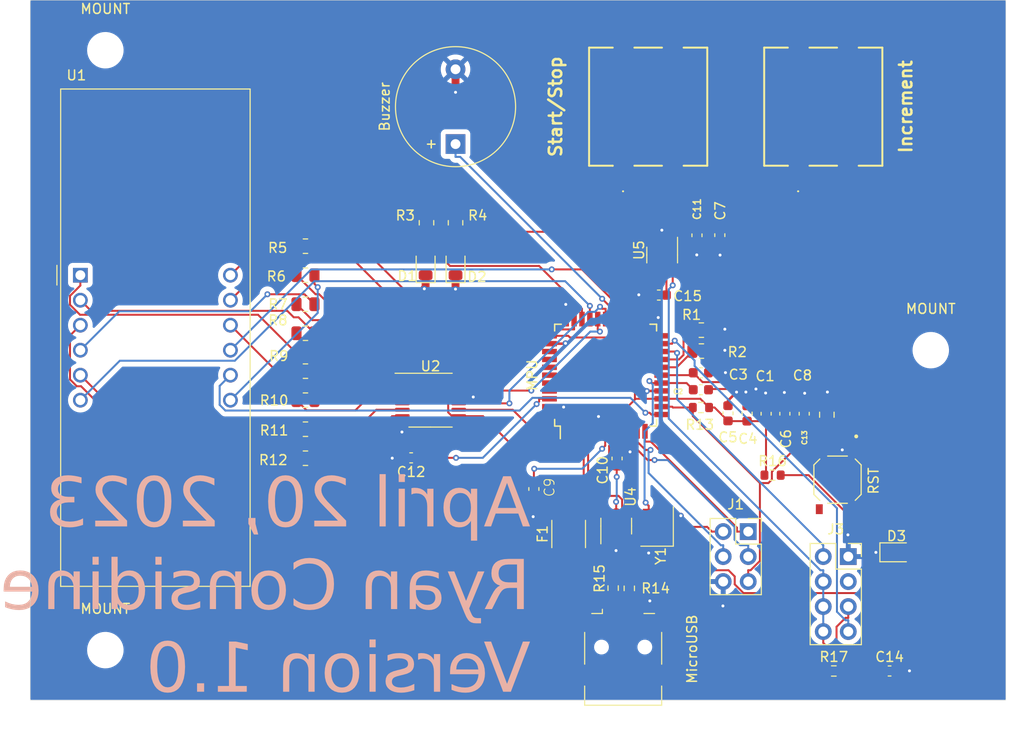
<source format=kicad_pcb>
(kicad_pcb (version 20221018) (generator pcbnew)
  (layers (0 "F.Cu" signal) (31 "B.Cu" signal) (34 "B.Paste" user) (35 "F.Paste" user) (36 "B.SilkS" user "B.Silkscreen") (37 "F.SilkS" user "F.Silkscreen") (38 "B.Mask" user) (39 "F.Mask" user) (44 "Edge.Cuts" user))
  (net 0 "")
  (net 1 "+5V")
  (net 2 "GND")
  (net 3 "XTAL1")
  (net 4 "XTAL2")
  (net 5 "/UCAP")
  (net 6 "/AREF")
  (net 7 "+3.3V")
  (net 8 "Net-(U5-BP)")
  (net 9 "Net-(D1-A)")
  (net 10 "Net-(D2-A)")
  (net 11 "Net-(D3-A)")
  (net 12 "Net-(J2-VBUS)")
  (net 13 "MISO")
  (net 14 "SCK")
  (net 15 "MOSI")
  (net 16 "RST")
  (net 17 "Net-(J2-D-)")
  (net 18 "Net-(J2-D+)")
  (net 20 "unconnected-(J2-Shield-Pad6)")
  (net 21 "TX")
  (net 23 "Net-(J3-Pin_5)")
  (net 24 "RX")
  (net 25 "Buzzer")
  (net 26 "Button_1")
  (net 27 "Button_2")
  (net 28 "RED_LED")
  (net 29 "GREEN_LED")
  (net 30 "a")
  (net 31 "Net-(U1-a)")
  (net 32 "b")
  (net 33 "Net-(U1-b)")
  (net 34 "c")
  (net 35 "Net-(U1-c)")
  (net 36 "d")
  (net 37 "Net-(U1-d)")
  (net 38 "e")
  (net 39 "Net-(U1-e)")
  (net 40 "f")
  (net 41 "Net-(U1-f)")
  (net 42 "g")
  (net 43 "Net-(U1-g)")
  (net 44 "dp")
  (net 45 "Net-(U1-DPX)")
  (net 46 "USB_CONN_D+")
  (net 47 "USB_CONN_D-")
  (net 52 "Dig4")
  (net 53 "Dig3")
  (net 54 "Dig2")
  (net 55 "Dig1")
  (net 57 "SH_CP")
  (net 58 "ST_CP")
  (net 59 "DS")
  (net 60 "USB_D-")
  (net 61 "USB_D+")
  (footprint "Resistor_SMD:R_0805_2012Metric" (layer "F.Cu") (at 136.75 75.9525 90)
    (fp_text reference "R3")
    (fp_text value "330")
  )
  (footprint "Connector_PinSocket_2.54mm:PinSocket_2x03_P2.54mm_Vertical" (layer "F.Cu") (at 169.4225 107.335)
    (fp_text reference "J1")
    (fp_text value "AVR-ISP-6")
  )
  (footprint "Capacitor_SMD:C_0603_1608Metric" (layer "F.Cu") (at 175.1083 95.3579 90)
    (fp_text reference "C13")
    (fp_text value "1uF")
  )
  (footprint "Capacitor_SMD:C_0603_1608Metric" (layer "F.Cu") (at 167.3681 95.3139 90)
    (fp_text reference "C5")
    (fp_text value "0.1uF")
  )
  (footprint "Resistor_SMD:R_0603_1608Metric" (layer "F.Cu") (at 178.1154 121.5005)
    (fp_text reference "R17")
    (fp_text value "10k")
  )
  (footprint "Resistor_SMD:R_0805_2012Metric" (layer "F.Cu") (at 164.6638 86.8628)
    (fp_text reference "R1")
    (fp_text value "10k")
  )
  (footprint "Connector_USB:USB_Mini-B_Lumberg_2486_01_Horizontal" (layer "F.Cu") (at 156.7225 119.07)
    (fp_text reference "MicroUSB")
    (fp_text value "USB_B_Mini")
  )
  (footprint "Package_TO_SOT_SMD:SOT-23-5" (layer "F.Cu") (at 160.6831 79.2295 -90)
    (fp_text reference "U5")
    (fp_text value "LP2985-3.3")
  )
  (footprint "Resistor_SMD:R_0805_2012Metric" (layer "F.Cu") (at 124.46 81.28)
    (fp_text reference "R6")
    (fp_text value "100")
  )
  (footprint "Fuse:Fuse_1812_4532Metric" (layer "F.Cu") (at 151.1884 107.5806 90)
    (fp_text reference "F1")
    (fp_text value "PTCSMD")
  )
  (footprint "Package_QFP:TQFP-44_10x10mm_P0.8mm" (layer "F.Cu") (at 154.94 91.44 90)
    (fp_text reference "MPU")
    (fp_text value "ATmega32U4-A")
  )
  (footprint "LED_SMD:LED_0805_2012Metric" (layer "F.Cu") (at 136.66 80.3425 90)
    (fp_text reference "D1")
    (fp_text value "LED")
  )
  (footprint "Capacitor_SMD:C_0603_1608Metric" (layer "F.Cu") (at 164.6143 92.9198)
    (fp_text reference "C3")
    (fp_text value "22p")
  )
  (footprint "Display_7Segment:CA56-12EWA" (layer "F.Cu") (at 101.6 81.28)
    (fp_text reference "U1")
    (fp_text value "CA56-12EWA")
  )
  (footprint "Capacitor_SMD:C_0603_1608Metric" (layer "F.Cu") (at 160.3412 83.2998 180)
    (fp_text reference "C15")
    (fp_text value "10nF")
  )
  (footprint "Package_SO:TSSOP-16_4.4x5mm_P0.65mm" (layer "F.Cu") (at 137.16 93.98)
    (fp_text reference "U2")
    (fp_text value "74HC595")
  )
  (footprint "PTS125_SMD_Button:PTS125_SMD_Button" (layer "F.Cu") (at 177.0425 64.155 90)
    (fp_text reference "Increment")
    (fp_text value "PTS125SM43SMTR21M_LFS" hide)
  )
  (footprint "Capacitor_SMD:C_0603_1608Metric" (layer "F.Cu") (at 171.2411 95.3579 90)
    (fp_text reference "C1")
    (fp_text value "0.1u")
  )
  (footprint "Resistor_SMD:R_0603_1608Metric" (layer "F.Cu") (at 171.895 101.6)
    (fp_text reference "R16")
    (fp_text value "1k")
  )
  (footprint "MountingHole:MountingHole_3.2mm_M3" (layer "F.Cu") (at 187.96 88.9)
    (fp_text reference "MOUNT")
    (fp_text value "MountingHole_3.2mm_M3")
  )
  (footprint "MountingHole:MountingHole_3.2mm_M3" (layer "F.Cu") (at 104.14 58.42)
    (fp_text reference "MOUNT")
    (fp_text value "MountingHole_3.2mm_M3")
  )
  (footprint "MountingHole:MountingHole_3.2mm_M3" (layer "F.Cu") (at 104.14 119.38)
    (fp_text reference "MOUNT")
    (fp_text value "MountingHole_3.2mm_M3")
  )
  (footprint "Capacitor_SMD:C_0603_1608Metric" (layer "F.Cu") (at 135.1928 99.8408 180)
    (fp_text reference "C12")
    (fp_text value "0.1uF")
  )
  (footprint "Capacitor_SMD:C_0805_2012Metric" (layer "F.Cu") (at 177.4051 95.4592 90)
    (fp_text reference "C8")
    (fp_text value "10uF")
  )
  (footprint "Resistor_SMD:R_0805_2012Metric" (layer "F.Cu") (at 124.46 96.93)
    (fp_text reference "R11")
    (fp_text value "100")
  )
  (footprint "Resistor_SMD:R_0805_2012Metric" (layer "F.Cu") (at 124.46 99.88)
    (fp_text reference "R12")
    (fp_text value "100")
  )
  (footprint "Buzzer_Beeper:Buzzer_12x9.5RM7.6" (layer "F.Cu") (at 139.7 67.955 90)
    (fp_text reference "Buzzer")
    (fp_text value "Speaker")
  )
  (footprint "Resistor_SMD:R_0603_1608Metric" (layer "F.Cu") (at 164.621 94.7272 180)
    (fp_text reference "R13")
    (fp_text value "10k")
  )
  (footprint "LED_SMD:LED_0805_2012Metric" (layer "F.Cu") (at 139.7 80.3425 90)
    (fp_text reference "D2")
    (fp_text value "LED")
  )
  (footprint "Resistor_SMD:R_0603_1608Metric" (layer "F.Cu") (at 157.346114 113.103807 90)
    (fp_text reference "R14")
    (fp_text value "22")
  )
  (footprint "Resistor_SMD:R_0805_2012Metric" (layer "F.Cu") (at 164.6674 88.9903)
    (fp_text reference "R2")
    (fp_text value "10k")
  )
  (footprint "Capacitor_SMD:C_0603_1608Metric" (layer "F.Cu") (at 173.1422 95.3579 90)
    (fp_text reference "C6")
    (fp_text value "0.1uF")
  )
  (footprint "Capacitor_SMD:C_0603_1608Metric" (layer "F.Cu") (at 183.7777 121.5005)
    (fp_text reference "C14")
    (fp_text value "2.2uF")
  )
  (footprint "Crystal:Crystal_SMD_Abracon_ABM8G-4Pin_3.2x2.5mm" (layer "F.Cu") (at 160.167 106.8176 90)
    (fp_text reference "Y1")
    (fp_text value "16MHz")
  )
  (footprint "Resistor_SMD:R_0805_2012Metric" (layer "F.Cu") (at 124.46 78.33)
    (fp_text reference "R5")
    (fp_text value "100")
  )
  (footprint "Resistor_SMD:R_0805_2012Metric" (layer "F.Cu") (at 139.7 75.9525 90)
    (fp_text reference "R4")
    (fp_text value "330")
  )
  (footprint "Resistor_SMD:R_0805_2012Metric" (layer "F.Cu") (at 124.46 93.98)
    (fp_text reference "R10")
    (fp_text value "100")
  )
  (footprint "Capacitor_SMD:C_0603_1608Metric" (layer "F.Cu") (at 164.6119 91.194 180)
    (fp_text reference "C2")
    (fp_text value "22p")
  )
  (footprint "Capacitor_SMD:C_0603_1608Metric" (layer "F.Cu") (at 147.65517 103.006111 -90)
    (fp_text reference "C9" hide)
    (fp_text value "1uF")
  )
  (footprint "PTS526_SMD_Button:PTS526_SMD_Button" (layer "F.Cu") (at 178.49 102.06 -90)
    (fp_text reference "RST")
    (fp_text value "PTS526_SM08_SMTR2_LFS")
  )
  (footprint "Capacitor_SMD:C_0603_1608Metric" (layer "F.Cu") (at 164.2172 77.2255 -90)
    (fp_text reference "C11")
    (fp_text value "0.1uF")
  )
  (footprint "Capacitor_SMD:C_0603_1608Metric" (layer "F.Cu") (at 169.3071 95.3345 90)
    (fp_text reference "C4")
    (fp_text value "0.1uF")
  )
  (footprint "Capacitor_SMD:C_0603_1608Metric" (layer "F.Cu") (at 156.1028 99.9047 90)
    (fp_text reference "C10")
    (fp_text value "0.1uF")
  )
  (footprint "Package_TO_SOT_SMD:SOT-23-6" (layer "F.Cu") (at 156.0168 106.7769 90)
    (fp_text reference "U4")
    (fp_text value "USBLC6-2SC6")
  )
  (footprint "Resistor_SMD:R_0805_2012Metric" (layer "F.Cu") (at 124.46 91.03)
    (fp_text reference "R9")
    (fp_text value "100")
  )
  (footprint "Resistor_SMD:R_0805_2012Metric" (layer "F.Cu") (at 124.46 84.23)
    (fp_text reference "R7")
    (fp_text value "100")
  )
  (footprint "Capacitor_SMD:C_0603_1608Metric" (layer "F.Cu") (at 166.5378 77.2117 -90)
    (fp_text reference "C7")
    (fp_text value "0.1uF")
  )
  (footprint "Resistor_SMD:R_0805_2012Metric" (layer "F.Cu") (at 124.46 87.18)
    (fp_text reference "R8")
    (fp_text value "100")
  )
  (footprint "Connector_PinSocket_2.54mm:PinSocket_2x04_P2.54mm_Vertical" (layer "F.Cu") (at 179.5825 109.875)
    (fp_text reference "J3")
    (fp_text value "ESP_Conn")
  )
  (footprint "LED_SMD:LED_0805_2012Metric" (layer "F.Cu") (at 184.4796 109.4399)
    (fp_text reference "D3")
    (fp_text value "LED")
  )
  (footprint "Resistor_SMD:R_0603_1608Metric" (layer "F.Cu") (at 155.706013 113.077172 90)
    (fp_text reference "R15")
    (fp_text value "22")
  )
  (footprint "PTS125_SMD_Button:PTS125_SMD_Button" (layer "F.Cu") (at 159.2625 64.155 90)
    (fp_text reference "Start/Stop")
    (fp_text value "PTS125SM43SMTR21M_LFS" hide)
  )
  (gr_rect (start 96.52 53.34) (end 195.58 124.46) (stroke (width 0.05)) (fill none) (layer "Edge.Cuts"))
  (gr_text "April 20, 2023\nRyan Considine\nVersion 1.0" (at 147.32 124.46) (layer "B.SilkS") (effects (font (size 5 5) (thickness 0.1)) (justify left bottom mirror)))
  (gr_text "C9" (at 149.821399 103.884697 90) (layer "F.SilkS") (effects (font (size 1 1) (thickness 0.1)) (justify left bottom)))
  (segment (start 164.231 76.4367) (end 166.5378 76.4367) (width 0.2) (layer "F.Cu") (net 1))
  (segment (start 156.0168 106.0049) (end 156.8704 106.8585) (width 0.2) (layer "F.Cu") (net 1))
  (segment (start 155.7123 55.8236) (end 155.8311 55.7048) (width 0.2) (layer "F.Cu") (net 1))
  (segment (start 157.9152 93.9147) (end 157.9152 93.84) (width 0.2) (layer "F.Cu") (net 1))
  (segment (start 140.0225 95.605) (end 139.3414 95.605) (width 0.2) (layer "F.Cu") (net 1))
  (segment (start 159.7331 78.092) (end 159.7331 78.4783) (width 0.2) (layer "F.Cu") (net 1))
  (segment (start 171.206 96.1095) (end 171.2294 96.1329) (width 0.2) (layer "F.Cu") (net 1))
  (segment (start 151.1514 87.44) (end 149.24 87.44) (width 0.2) (layer "F.Cu") (net 1))
  (segment (start 154.6518 95.0017) (end 155.74 96.0899) (width 0.2) (layer "F.Cu") (net 1))
  (segment (start 158.14 85.74) (end 158.14 86.7901) (width 0.2) (layer "F.Cu") (net 1))
  (segment (start 156.0168 105.6394) (end 156.0168 104.320598) (width 0.2) (layer "F.Cu") (net 1))
  (segment (start 173.1422 96.1329) (end 175.1083 96.1329) (width 0.2) (layer "F.Cu") (net 1))
  (segment (start 161.6331 78.092) (end 162.782 76.9431) (width 0.2) (layer "F.Cu") (net 1))
  (segment (start 156.0168 104.320598) (end 156.006171 104.309969) (width 0.2) (layer "F.Cu") (net 1))
  (segment (start 160.0045 78.7497) (end 157.6864 81.0678) (width 0.2) (layer "F.Cu") (net 1))
  (segment (start 169.3071 96.1095) (end 171.206 96.1095) (width 0.2) (layer "F.Cu") (net 1))
  (segment (start 155.74 97.14) (end 155.74 98.1901) (width 0.2) (layer "F.Cu") (net 1))
  (segment (start 156.0168 106.0049) (end 156.0168 105.6394) (width 0.2) (layer "F.Cu") (net 1))
  (segment (start 157.6864 83.6454) (end 158.14 84.099) (width 0.2) (layer "F.Cu") (net 1))
  (segment (start 151.74 97.14) (end 151.74 98.1901) (width 0.2) (layer "F.Cu") (net 1))
  (segment (start 159.7331 78.4783) (end 160.0045 78.7497) (width 0.2) (layer "F.Cu") (net 1))
  (segment (start 151.74 98.1901) (end 145.0722 98.1901) (width 0.2) (layer "F.Cu") (net 1))
  (segment (start 155.74 97.14) (end 155.74 96.0899) (width 0.2) (layer "F.Cu") (net 1))
  (segment (start 165.2559 106.8585) (end 165.7324 107.335) (width 0.2) (layer "F.Cu") (net 1))
  (segment (start 151.74 96.0899) (end 152.8282 95.0017) (width 0.2) (layer "F.Cu") (net 1))
  (segment (start 161.7625 71.305) (end 160.7124 71.305) (width 0.2) (layer "F.Cu") (net 1))
  (segment (start 161.6331 78.4679) (end 161.6331 78.092) (width 0.2) (layer "F.Cu") (net 1))
  (segment (start 160.3658 79.111) (end 160.99 79.111) (width 0.2) (layer "F.Cu") (net 1))
  (segment (start 155.74 96.0899) (end 157.9152 93.9147) (width 0.2) (layer "F.Cu") (net 1))
  (segment (start 151.74 97.14) (end 151.74 96.0899) (width 0.2) (layer "F.Cu") (net 1))
  (segment (start 164.2172 76.4505) (end 164.231 76.4367) (width 0.2) (layer "F.Cu") (net 1))
  (segment (start 171.2294 101.4406) (end 171.07 101.6) (width 0.2) (layer "F.Cu") (net 1))
  (segment (start 151.1884 105.4431) (end 152.3592 106.6139) (width 0.2) (layer "F.Cu") (net 1))
  (segment (start 162.8922 55.7048) (end 178.4924 71.305) (width 0.2) (layer "F.Cu") (net 1))
  (segment (start 167.3887 96.1095) (end 167.3681 96.0889) (width 0.2) (layer "F.Cu") (net 1))
  (segment (start 156.8704 106.8585) (end 165.2559 106.8585) (width 0.2) (layer "F.Cu") (net 1))
  (segment (start 156.1028 100.6797) (end 156.0168 100.7657) (width 0.2) (layer "F.Cu") (net 1))
  (segment (start 152.3592 106.6139) (end 155.4078 106.6139) (width 0.2) (layer "F.Cu") (net 1))
  (segment (start 151.321 87.6096) (end 151.1514 87.44) (width 0.2) (layer "F.Cu") (net 1))
  (segment (start 166.8825 107.335) (end 165.7324 107.335) (width 0.2) (layer "F.Cu") (net 1))
  (segment (start 155.7123 66.3049) (end 155.7123 55.8236) (width 0.2) (layer "F.Cu") (net 1))
  (segment (start 152.8282 95.0017) (end 154.6518 95.0017) (width 0.2) (layer "F.Cu") (net 1))
  (segment (start 160.99 79.111) (end 161.6331 78.4679) (width 0.2) (layer "F.Cu") (net 1))
  (segment (start 156.068181 100.714319) (end 156.1028 100.6797) (width 0.2) (layer "F.Cu") (net 1))
  (segment (start 160.0045 78.7497) (end 160.3658 79.111) (width 0.2) (layer "F.Cu") (net 1))
  (segment (start 157.6864 81.0678) (end 157.6864 83.6454) (width 0.2) (layer "F.Cu") (net 1))
  (segment (start 157.9152 93.84) (end 157.9152 87.6096) (width 0.2) (layer "F.Cu") (net 1))
  (segment (start 138.9552 92.1047) (end 139.3549 91.705) (width 0.2) (layer "F.Cu") (net 1))
  (segment (start 165.446 94.7272) (end 164.5588 93.84) (width 0.2) (layer "F.Cu") (net 1))
  (segment (start 155.8311 55.7048) (end 162.8922 55.7048) (width 0.2) (layer "F.Cu") (net 1))
  (segment (start 155.2993 98.6308) (end 155.74 98.1901) (width 0.2) (layer "F.Cu") (net 1))
  (segment (start 171.2411 96.1329) (end 171.2294 96.1329) (width 0.2) (layer "F.Cu") (net 1))
  (segment (start 150.2901 95.44) (end 150.94 96.0899) (width 0.2) (layer "F.Cu") (net 1))
  (segment (start 164.5588 93.84) (end 160.64 93.84) (width 0.2) (layer "F.Cu") (net 1))
  (segment (start 157.9152 93.84) (end 160.64 93.84) (width 0.2) (layer "F.Cu") (net 1))
  (segment (start 169.3071 96.1095) (end 167.3887 96.1095) (width 0.2) (layer "F.Cu") (net 1))
  (segment (start 157.9152 87.6096) (end 151.321 87.6096) (width 0.2) (layer "F.Cu") (net 1))
  (segment (start 162.782 76.4505) (end 162.782 73.6246) (width 0.2) (layer "F.Cu") (net 1))
  (segment (start 155.4078 106.6139) (end 156.0168 106.0049) (width 0.2) (layer "F.Cu") (net 1))
  (segment (start 177.1288 96.1329) (end 177.4051 96.4092) (width 0.2) (layer "F.Cu") (net 1))
  (segment (start 171.2294 96.1329) (end 171.2294 101.4406) (width 0.2) (layer "F.Cu") (net 1))
  (segment (start 139.3414 95.605) (end 138.9552 95.2188) (width 0.2) (layer "F.Cu") (net 1))
  (segment (start 158.14 84.099) (end 158.14 85.74) (width 0.2) (layer "F.Cu") (net 1))
  (segment (start 156.1028 100.6797) (end 155.2993 99.8762) (width 0.2) (layer "F.Cu") (net 1))
  (segment (start 145.0722 98.1901) (end 142.4871 95.605) (width 0.2) (layer "F.Cu") (net 1))
  (segment (start 155.2993 99.8762) (end 155.2993 98.6308) (width 0.2) (layer "F.Cu") (net 1))
  (segment (start 166.0064 94.7272) (end 167.3681 96.0889) (width 0.2) (layer "F.Cu") (net 1))
  (segment (start 142.4871 95.605) (end 140.0225 95.605) (width 0.2) (layer "F.Cu") (net 1))
  (segment (start 149.24 95.44) (end 150.2901 95.44) (width 0.2) (layer "F.Cu") (net 1))
  (segment (start 171.2411 96.1329) (end 173.1422 96.1329) (width 0.2) (layer "F.Cu") (net 1))
  (segment (start 161.7625 71.305) (end 161.7625 72.6051) (width 0.2) (layer "F.Cu") (net 1))
  (segment (start 162.782 73.6246) (end 161.7625 72.6051) (width 0.2) (layer "F.Cu") (net 1))
  (segment (start 162.782 76.4505) (end 164.2172 76.4505) (width 0.2) (layer "F.Cu") (net 1))
  (segment (start 160.7124 71.305) (end 155.7123 66.3049) (width 0.2) (layer "F.Cu") (net 1))
  (segment (start 157.9152 87.0149) (end 157.9152 87.6096) (width 0.2) (layer "F.Cu") (net 1))
  (segment (start 138.9552 95.2188) (end 138.9552 92.1047) (width 0.2) (layer "F.Cu") (net 1))
  (segment (start 158.14 86.7901) (end 157.9152 87.0149) (width 0.2) (layer "F.Cu") (net 1))
  (segment (start 150.94 96.0899) (end 151.74 96.0899) (width 0.2) (layer "F.Cu") (net 1))
  (segment (start 175.1083 96.1329) (end 177.1288 96.1329) (width 0.2) (layer "F.Cu") (net 1))
  (segment (start 156.068181 101.77619) (end 156.068181 100.714319) (width 0.2) (layer "F.Cu") (net 1))
  (segment (start 179.5425 71.305) (end 178.4924 71.305) (width 0.2) (layer "F.Cu") (net 1))
  (segment (start 162.782 76.9431) (end 162.782 76.4505) (width 0.2) (layer "F.Cu") (net 1))
  (segment (start 139.3549 91.705) (end 140.0225 91.705) (width 0.2) (layer "F.Cu") (net 1))
  (segment (start 165.446 94.7272) (end 166.0064 94.7272) (width 0.2) (layer "F.Cu") (net 1))
  (via (at 156.068181 101.77619) (size 0.6) (drill 0.3) (layers "F.Cu" "B.Cu") (net 1))
  (via (at 156.006171 104.309969) (size 0.6) (drill 0.3) (layers "F.Cu" "B.Cu") (net 1))
  (segment (start 156.006171 104.309969) (end 156.068181 104.247959) (width 0.2) (layer "B.Cu") (net 1))
  (segment (start 156.068181 104.247959) (end 156.068181 101.77619) (width 0.2) (layer "B.Cu") (net 1))
  (segment (start 182.395 109.44) (end 182.387 109.448) (width 0.254) (layer "F.Cu") (net 2))
  (segment (start 160.683 76.7383) (end 160.65 76.705) (width 0.254) (layer "F.Cu") (net 2))
  (segment (start 166.882 112.415) (end 166.882 114.861) (width 0.254) (layer "F.Cu") (net 2))
  (segment (start 165.3893 92.9198) (end 165.462074 92.847026) (width 0.2) (layer "F.Cu") (net 2))
  (segment (start 173.093 94.534) (end 173.142 94.5829) (width 0.254) (layer "F.Cu") (net 2))
  (segment (start 154.14 95.7222) (end 154.219 95.6432) (width 0.4) (layer "F.Cu") (net 2))
  (segment (start 147.583043 105.81943) (end 147.619043 105.78343) (width 0.254) (layer "F.Cu") (net 2))
  (segment (start 134.298 97.1762) (end 134.257 97.2168) (width 0.4) (layer "F.Cu") (net 2))
  (segment (start 140.0225 93.655) (end 141.496 93.655) (width 0.4) (layer "F.Cu") (net 2))
  (segment (start 179.582 107.701) (end 179.548 107.666) (width 0.254) (layer "F.Cu") (net 2))
  (segment (start 160.128 85.74) (end 160.282 85.5856) (width 0.254) (layer "F.Cu") (net 2))
  (segment (start 158.94 85.74) (end 160.128 85.74) (width 0.254) (layer "F.Cu") (net 2))
  (segment (start 166.538 79.2134) (end 166.562 79.2375) (width 0.254) (layer "F.Cu") (net 2))
  (segment (start 165.387 91.194) (end 167.097 91.194) (width 0.254) (layer "F.Cu") (net 2))
  (segment (start 159.317 107.918) (end 159.317 109.505) (width 0.254) (layer "F.Cu") (net 2))
  (segment (start 149.24 88.24) (end 150.829 88.24) (width 0.254) (layer "F.Cu") (net 2))
  (segment (start 169.307 93.2761) (end 169.184 93.1526) (width 0.254) (layer "F.Cu") (net 2))
  (segment (start 164.217 78.0005) (end 164.217 79.1964) (width 0.254) (layer "F.Cu") (net 2))
  (segment (start 150.94 84.2956) (end 150.893 84.2481) (width 0.254) (layer "F.Cu") (net 2))
  (segment (start 171.189 93.254) (end 171.189 94.531) (width 0.254) (layer "F.Cu") (net 2))
  (segment (start 150.94 85.74) (end 150.94 84.2956) (width 0.254) (layer "F.Cu") (net 2))
  (segment (start 156.017 109.249) (end 155.999 109.266) (width 0.254) (layer "F.Cu") (net 2))
  (segment (start 157.318 99.1297) (end 157.421 99.2331) (width 0.254) (layer "F.Cu") (net 2))
  (segment (start 156.103 99.1297) (end 157.318 99.1297) (width 0.254) (layer "F.Cu") (net 2))
  (segment (start 179.582 109.875) (end 179.582 107.701) (width 0.254) (layer "F.Cu") (net 2))
  (segment (start 139.7 60.355) (end 139.7 62.6933) (width 0.8) (layer "F.Cu") (net 2))
  (segment (start 139.7 81.28) (end 139.7 82.6868) (width 0.8) (layer "F.Cu") (net 2))
  (segment (start 159.143 93.04) (end 159.126 93.0566) (width 0.254) (layer "F.Cu") (net 2))
  (segment (start 141.496 93.655) (end 141.5 93.6586) (width 0.4) (layer "F.Cu") (net 2))
  (segment (start 180.312 99.0318) (end 180.34 99.06) (width 0.254) (layer "F.Cu") (net 2))
  (segment (start 178.973 99.0318) (end 180.312 99.0318) (width 0.254) (layer "F.Cu") (net 2))
  (segment (start 183.542 109.44) (end 182.395 109.44) (width 0.254) (layer "F.Cu") (net 2))
  (segment (start 147.619043 105.78343) (end 147.619043 103.817238) (width 0.254) (layer "F.Cu") (net 2))
  (segment (start 136.66 82.5322) (end 136.53 82.6623) (width 0.8) (layer "F.Cu") (net 2))
  (segment (start 150.632 94.64) (end 150.674 94.6818) (width 0.4) (layer "F.Cu") (net 2))
  (segment (start 175.155 94.5359) (end 175.108 94.5829) (width 0.254) (layer "F.Cu") (net 2))
  (segment (start 160.64 93.04) (end 159.143 93.04) (width 0.254) (layer "F.Cu") (net 2))
  (segment (start 156.017 107.914) (end 156.017 109.249) (width 0.254) (layer "F.Cu") (net 2))
  (segment (start 158.322 115.485) (end 159.43 114.378) (width 0.254) (layer "F.Cu") (net 2))
  (segment (start 159.566 83.2998) (end 158.337 83.2998) (width 0.254) (layer "F.Cu") (net 2))
  (segment (start 165.58 88.9903) (end 166.97 88.9903) (width 0.254) (layer "F.Cu") (net 2))
  (segment (start 173.093 93.1977) (end 173.093 94.534) (width 0.254) (layer "F.Cu") (net 2))
  (segment (start 185.783 121.5) (end 185.798 121.486) (width 0.254) (layer "F.Cu") (net 2))
  (segment (start 149.24 94.64) (end 150.632 94.64) (width 0.4) (layer "F.Cu") (net 2))
  (segment (start 166.9521 86.8628) (end 167.048 86.7669) (width 0.254) (layer "F.Cu") (net 2))
  (segment (start 166.882 114.861) (end 166.853 114.89) (width 0.254) (layer "F.Cu") (net 2))
  (segment (start 166.538 77.9867) (end 166.538 79.2134) (width 0.254) (layer "F.Cu") (net 2))
  (segment (start 160.683 78.092) (end 160.683 76.7383) (width 0.254) (layer "F.Cu") (net 2))
  (segment (start 154.14 97.14) (end 154.14 95.7222) (width 0.4) (layer "F.Cu") (net 2))
  (segment (start 158.337 83.2998) (end 158.311 83.274) (width 0.254) (layer "F.Cu") (net 2))
  (segment (start 167.097 91.194) (end 167.11 91.1809) (width 0.254) (layer "F.Cu") (net 2))
  (segment (start 177.464 93.154) (end 177.464 94.4498) (width 0.254) (layer "F.Cu") (net 2))
  (segment (start 171.189 94.531) (end 171.241 94.5829) (width 0.254) (layer "F.Cu") (net 2))
  (segment (start 184.553 121.5) (end 185.783 121.5) (width 0.254) (layer "F.Cu") (net 2))
  (segment (start 165.5763 86.8628) (end 166.9521 86.8628) (width 0.254) (layer "F.Cu") (net 2))
  (segment (start 136.66 81.28) (end 136.66 82.5322) (width 0.8) (layer "F.Cu") (net 2))
  (segment (start 158.322 116.37) (end 158.322 115.485) (width 0.254) (layer "F.Cu") (net 2))
  (segment (start 162.572 105.718) (end 162.577 105.722) (width 0.254) (layer "F.Cu") (net 2))
  (segment (start 165.462074 92.847026) (end 170.206589 92.847026) (width 0.2) (layer "F.Cu") (net 2))
  (segment (start 147.619043 103.817238) (end 147.65517 103.781111) (width 0.254) (layer "F.Cu") (net 2))
  (segment (start 161.017 105.718) (end 162.572 105.718) (width 0.254) (layer "F.Cu") (net 2))
  (segment (start 139.7 82.6868) (end 139.695 82.6917) (width 0.8) (layer "F.Cu") (net 2))
  (segment (start 159.317 109.505) (end 159.311 109.511) (width 0.254) (layer "F.Cu") (net 2))
  (segment (start 168.236201 93.159004) (end 167.368 94.027205) (width 0.254) (layer "F.Cu") (net 2))
  (segment (start 166.97 88.9903) (end 167.048 88.9124) (width 0.254) (layer "F.Cu") (net 2))
  (segment (start 167.368 94.027205) (end 167.368 94.5389) (width 0.254) (layer "F.Cu") (net 2))
  (segment (start 150.829 88.24) (end 150.867 88.2021) (width 0.254) (layer "F.Cu") (net 2))
  (segment (start 177.464 94.4498) (end 177.405 94.5092) (width 0.254) (layer "F.Cu") (net 2))
  (segment (start 169.307 94.5595) (end 169.307 93.2761) (width 0.254) (layer "F.Cu") (net 2))
  (segment (start 175.155 93.2766) (end 175.155 94.5359) (width 0.254) (layer "F.Cu") (net 2))
  (segment (start 134.4178 99.8408) (end 133.304 99.8408) (width 0.8) (layer "F.Cu") (net 2))
  (segment (start 134.298 96.255) (end 134.298 97.1762) (width 0.4) (layer "F.Cu") (net 2))
  (segment (start 133.304 99.8408) (end 133.272 99.872) (width 0.8) (layer "F.Cu") (net 2))
  (segment (start 164.217 79.1964) (end 164.196 79.2172) (width 0.254) (layer "F.Cu") (net 2))
  (via (at 150.867 88.2021) (size 0.6) (drill 0.3) (layers "F.Cu" "B.Cu") (net 2))
  (via (at 147.583043 105.81943) (size 0.6) (drill 0.3) (layers "F.Cu" "B.Cu") (net 2))
  (via (at 177.464 93.154) (size 0.6) (drill 0.3) (layers "F.Cu" "B.Cu") (net 2))
  (via (at 159.311 109.511) (size 0.6) (drill 0.3) (layers "F.Cu" "B.Cu") (net 2))
  (via (at 168.236201 93.159004) (size 0.6) (drill 0.3) (layers "F.Cu" "B.Cu") (net 2))
  (via (at 134.257 97.2168) (size 0.6) (drill 0.3) (layers "F.Cu" "B.Cu") (net 2))
  (via (at 167.048 88.9124) (size 0.6) (drill 0.3) (layers "F.Cu" "B.Cu") (net 2))
  (via (at 159.43 114.378) (size 0.6) (drill 0.3) (layers "F.Cu" "B.Cu") (net 2))
  (via (at 136.53 82.6623) (size 0.6) (drill 0.3) (layers "F.Cu" "B.Cu") (net 2))
  (via (at 155.999 109.266) (size 0.6) (drill 0.3) (layers "F.Cu" "B.Cu") (net 2))
  (via (at 178.973 99.0318) (size 0.6) (drill 0.3) (layers "F.Cu" "B.Cu") (net 2))
  (via (at 170.206589 92.847026) (size 0.6) (drill 0.3) (layers "F.Cu" "B.Cu") (net 2))
  (via (at 159.126 93.0566) (size 0.6) (drill 0.3) (layers "F.Cu" "B.Cu") (net 2))
  (via (at 162.577 105.722) (size 0.6) (drill 0.3) (layers "F.Cu" "B.Cu") (net 2))
  (via (at 171.189 93.254) (size 0.6) (drill 0.3) (layers "F.Cu" "B.Cu") (net 2))
  (via (at 166.562 79.2375) (size 0.6) (drill 0.3) (layers "F.Cu" "B.Cu") (net 2))
  (via (at 173.093 93.1977) (size 0.6) (drill 0.3) (layers "F.Cu" "B.Cu") (net 2))
  (via (at 167.11 91.1809) (size 0.6) (drill 0.3) (layers "F.Cu" "B.Cu") (net 2))
  (via (at 133.272 99.872) (size 0.6) (drill 0.3) (layers "F.Cu" "B.Cu") (net 2))
  (via (at 150.674 94.6818) (size 0.6) (drill 0.3) (layers "F.Cu" "B.Cu") (net 2))
  (via (at 141.5 93.6586) (size 0.6) (drill 0.3) (layers "F.Cu" "B.Cu") (net 2))
  (via (at 166.853 114.89) (size 0.6) (drill 0.3) (layers "F.Cu" "B.Cu") (net 2))
  (via (at 185.798 121.486) (size 0.6) (drill 0.3) (layers "F.Cu" "B.Cu") (net 2))
  (via (at 164.196 79.2172) (size 0.6) (drill 0.3) (layers "F.Cu" "B.Cu") (net 2))
  (via (at 139.695 82.6917) (size 0.6) (drill 0.3) (layers "F.Cu" "B.Cu") (net 2))
  (via (at 157.421 99.2331) (size 0.6) (drill 0.3) (layers "F.Cu" "B.Cu") (net 2))
  (via (at 158.311 83.274) (size 0.6) (drill 0.3) (layers "F.Cu" "B.Cu") (net 2))
  (via (at 160.65 76.705) (size 0.6) (drill 0.3) (layers "F.Cu" "B.Cu") (net 2))
  (via (at 182.387 109.448) (size 0.6) (drill 0.3) (layers "F.Cu" "B.Cu") (net 2))
  (via (at 167.048 86.7669) (size 0.6) (drill 0.3) (layers "F.Cu" "B.Cu") (net 2))
  (via (at 175.155 93.2766) (size 0.6) (drill 0.3) (layers "F.Cu" "B.Cu") (net 2))
  (via (at 154.219 95.6432) (size 0.6) (drill 0.3) (layers "F.Cu" "B.Cu") (net 2))
  (via (at 150.893 84.2481) (size 0.6) (drill 0.3) (layers "F.Cu" "B.Cu") (net 2))
  (via (at 139.7 62.6933) (size 0.6) (drill 0.3) (layers "F.Cu" "B.Cu") (net 2))
  (via (at 169.184 93.1526) (size 0.6) (drill 0.3) (layers "F.Cu" "B.Cu") (net 2))
  (via (at 160.282 85.5856) (size 0.6) (drill 0.3) (layers "F.Cu" "B.Cu") (net 2))
  (via (at 179.548 107.666) (size 0.6) (drill 0.3) (layers "F.Cu" "B.Cu") (net 2))
  (segment (start 168.9414 113.5846) (end 182.7648 113.5846) (width 0.2) (layer "F.Cu") (net 3))
  (segment (start 161.9171 107.9176) (end 165.2643 111.2648) (width 0.2) (layer "F.Cu") (net 3))
  (segment (start 186.2489 110.1005) (end 186.2489 101.048) (width 0.2) (layer "F.Cu") (net 3))
  (segment (start 165.2643 111.2648) (end 167.4207 111.2648) (width 0.2) (layer "F.Cu") (net 3))
  (segment (start 164.7866 92.1437) (end 163.8369 91.194) (width 0.2) (layer "F.Cu") (net 3))
  (segment (start 163.5909 91.44) (end 160.64 91.44) (width 0.2) (layer "F.Cu") (net 3))
  (segment (start 168.051 112.6942) (end 168.9414 113.5846) (width 0.2) (layer "F.Cu") (net 3))
  (segment (start 177.3446 92.1437) (end 164.7866 92.1437) (width 0.2) (layer "F.Cu") (net 3))
  (segment (start 168.051 111.8951) (end 168.051 112.6942) (width 0.2) (layer "F.Cu") (net 3))
  (segment (start 163.8369 91.194) (end 163.5909 91.44) (width 0.2) (layer "F.Cu") (net 3))
  (segment (start 182.7648 113.5846) (end 186.2489 110.1005) (width 0.2) (layer "F.Cu") (net 3))
  (segment (start 167.4207 111.2648) (end 168.051 111.8951) (width 0.2) (layer "F.Cu") (net 3))
  (segment (start 161.017 107.9176) (end 161.9171 107.9176) (width 0.2) (layer "F.Cu") (net 3))
  (segment (start 186.2489 101.048) (end 177.3446 92.1437) (width 0.2) (layer "F.Cu") (net 3))
  (segment (start 159.3858 92.0359) (end 159.5899 92.24) (width 0.2) (layer "F.Cu") (net 4))
  (segment (start 159.0076 104.4081) (end 159.0076 104.3878) (width 0.2) (layer "F.Cu") (net 4))
  (segment (start 163.1595 92.24) (end 160.64 92.24) (width 0.2) (layer "F.Cu") (net 4))
  (segment (start 160.64 92.24) (end 159.5899 92.24) (width 0.2) (layer "F.Cu") (net 4))
  (segment (start 163.8393 92.9198) (end 163.1595 92.24) (width 0.2) (layer "F.Cu") (net 4))
  (segment (start 159.317 105.7176) (end 159.317 104.7175) (width 0.2) (layer "F.Cu") (net 4))
  (segment (start 159.317 104.7175) (end 159.0076 104.4081) (width 0.2) (layer "F.Cu") (net 4))
  (via (at 159.0076 104.3878) (size 0.6) (drill 0.3) (layers "F.Cu" "B.Cu") (net 4))
  (via (at 159.3858 92.0359) (size 0.6) (drill 0.3) (layers "F.Cu" "B.Cu") (net 4))
  (segment (start 159.7262 96.3303) (end 159.7262 92.3763) (width 0.2) (layer "B.Cu") (net 4))
  (segment (start 159.7262 92.3763) (end 159.3858 92.0359) (width 0.2) (layer "B.Cu") (net 4))
  (segment (start 158.8955 97.161) (end 159.7262 96.3303) (width 0.2) (layer "B.Cu") (net 4))
  (segment (start 158.8955 104.2757) (end 158.8955 97.161) (width 0.2) (layer "B.Cu") (net 4))
  (segment (start 159.0076 104.3878) (end 158.8955 104.2757) (width 0.2) (layer "B.Cu") (net 4))
  (segment (start 154.8993 98.611364) (end 154.8993 97.1807) (width 0.2) (layer "F.Cu") (net 5))
  (segment (start 147.65517 100.986919) (end 147.691233 100.950856) (width 0.2) (layer "F.Cu") (net 5))
  (segment (start 154.8993 97.1807) (end 154.94 97.14) (width 0.2) (layer "F.Cu") (net 5))
  (segment (start 154.58838 98.922284) (end 154.8993 98.611364) (width 0.2) (layer "F.Cu") (net 5))
  (segment (start 147.65517 102.231111) (end 147.65517 100.986919) (width 0.2) (layer "F.Cu") (net 5))
  (via (at 147.691233 100.950856) (size 0.6) (drill 0.3) (layers "F.Cu" "B.Cu") (net 5))
  (via (at 154.58838 98.922284) (size 0.6) (drill 0.3) (layers "F.Cu" "B.Cu") (net 5))
  (segment (start 152.559808 100.950856) (end 154.58838 98.922284) (width 0.2) (layer "B.Cu") (net 5))
  (segment (start 147.691233 100.950856) (end 152.559808 100.950856) (width 0.2) (layer "B.Cu") (net 5))
  (segment (start 148.1899 94.1183) (end 147.9347 94.3735) (width 0.2) (layer "F.Cu") (net 6))
  (segment (start 139.7488 99.8408) (end 135.9678 99.8408) (width 0.2) (layer "F.Cu") (net 6))
  (segment (start 148.1899 93.84) (end 148.1899 94.1183) (width 0.2) (layer "F.Cu") (net 6))
  (segment (start 149.24 93.84) (end 148.1899 93.84) (width 0.2) (layer "F.Cu") (net 6))
  (via (at 139.7488 99.8408) (size 0.6) (drill 0.3) (layers "F.Cu" "B.Cu") (net 6))
  (via (at 147.9347 94.3735) (size 0.6) (drill 0.3) (layers "F.Cu" "B.Cu") (net 6))
  (segment (start 142.4674 99.8408) (end 147.9347 94.3735) (width 0.2) (layer "B.Cu") (net 6))
  (segment (start 139.7488 99.8408) (end 142.4674 99.8408) (width 0.2) (layer "B.Cu") (net 6))
  (segment (start 177.2904 118.893) (end 177.2904 121.5005) (width 0.2) (layer "F.Cu") (net 7))
  (segment (start 161.7543 82.3077) (end 161.7543 80.4882) (width 0.2) (layer "F.Cu") (net 7))
  (segment (start 177.2904 121.5005) (end 178.0673 122.2774) (width 0.2) (layer "F.Cu") (net 7))
  (segment (start 161.7543 80.4882) (end 161.6331 80.367) (width 0.2) (layer "F.Cu") (net 7))
  (segment (start 177.0425 117.495) (end 177.0425 118.6451) (width 0.2) (layer "F.Cu") (net 7))
  (segment (start 182.2258 122.2774) (end 183.0027 121.5005) (width 0.2) (layer "F.Cu") (net 7))
  (segment (start 177.0425 118.6451) (end 177.2904 118.893) (width 0.2) (layer "F.Cu") (net 7))
  (segment (start 178.0673 122.2774) (end 182.2258 122.2774) (width 0.2) (layer "F.Cu") (net 7))
  (via (at 161.7543 82.3077) (size 0.6) (drill 0.3) (layers "F.Cu" "B.Cu") (net 7))
  (segment (start 177.0425 117.495) (end 177.0425 114.955) (width 0.2) (layer "B.Cu") (net 7))
  (segment (start 177.0425 114.955) (end 177.0425 112.415) (width 0.2) (layer "B.Cu") (net 7))
  (segment (start 177.0425 112.415) (end 177.0425 111.2649) (width 0.2) (layer "B.Cu") (net 7))
  (segment (start 177.0425 111.2649) (end 176.755 111.2649) (width 0.2) (layer "B.Cu") (net 7))
  (segment (start 161.3524 95.8623) (end 161.3524 82.7096) (width 0.2) (layer "B.Cu") (net 7))
  (segment (start 176.755 111.2649) (end 161.3524 95.8623) (width 0.2) (layer "B.Cu") (net 7))
  (segment (start 161.3524 82.7096) (end 161.7543 82.3077) (width 0.2) (layer "B.Cu") (net 7))
  (segment (start 159.7331 80.367) (end 161.1162 81.7501) (width 0.2) (layer "F.Cu") (net 8))
  (segment (start 161.1162 81.7501) (end 161.1162 83.2998) (width 0.2) (layer "F.Cu") (net 8))
  (segment (start 136.66 79.405) (end 135.739 78.4837) (width 0.2) (layer "F.Cu") (net 9))
  (segment (start 135.739 76.0513) (end 136.75 75.04) (width 0.2) (layer "F.Cu") (net 9))
  (segment (start 135.739 78.4837) (end 135.739 76.0513) (width 0.2) (layer "F.Cu") (net 9))
  (segment (start 138.689 76.0513) (end 139.7 75.04) (width 0.2) (layer "F.Cu") (net 10))
  (segment (start 139.7 79.405) (end 138.689 78.3937) (width 0.2) (layer "F.Cu") (net 10))
  (segment (start 138.689 78.3937) (end 138.689 76.0513) (width 0.2) (layer "F.Cu") (net 10))
  (segment (start 182.5394 106.5622) (end 180.51 106.5622) (width 0.2) (layer "F.Cu") (net 11))
  (segment (start 175.5478 101.6) (end 172.72 101.6) (width 0.2) (layer "F.Cu") (net 11))
  (segment (start 185.4171 109.4399) (end 182.5394 106.5622) (width 0.2) (layer "F.Cu") (net 11))
  (segment (start 180.51 106.5622) (end 175.5478 101.6) (width 0.2) (layer "F.Cu") (net 11))
  (segment (start 155.1225 116.37) (end 155.1225 115.0699) (width 0.2) (layer "F.Cu") (net 12))
  (segment (start 151.1884 111.1358) (end 155.1225 115.0699) (width 0.2) (layer "F.Cu") (net 12))
  (segment (start 151.1884 109.7181) (end 151.1884 111.1358) (width 0.2) (layer "F.Cu") (net 12))
  (segment (start 169.4225 107.335) (end 168.2724 107.335) (width 0.2) (layer "F.Cu") (net 13))
  (segment (start 168.2724 106.9329) (end 159.5296 98.1901) (width 0.2) (layer "F.Cu") (net 13))
  (segment (start 159.5296 98.1901) (end 158.94 98.1901) (width 0.2) (layer "F.Cu") (net 13))
  (segment (start 158.94 97.14) (end 158.94 98.1901) (width 0.2) (layer "F.Cu") (net 13))
  (segment (start 168.2724 107.335) (end 168.2724 106.9329) (width 0.2) (layer "F.Cu") (net 13))
  (segment (start 157.34 97.14) (end 157.34 98.1901) (width 0.2) (layer "F.Cu") (net 14))
  (segment (start 157.34 98.1901) (end 159.2121 100.0622) (width 0.2) (layer "F.Cu") (net 14))
  (segment (start 159.2121 100.0622) (end 159.9073 100.0622) (width 0.2) (layer "F.Cu") (net 14))
  (via (at 159.9073 100.0622) (size 0.6) (drill 0.3) (layers "F.Cu" "B.Cu") (net 14))
  (segment (start 159.9073 100.0622) (end 161.2387 100.0622) (width 0.2) (layer "B.Cu") (net 14))
  (segment (start 168.0327 106.8562) (end 168.0327 108.1484) (width 0.2) (layer "B.Cu") (net 14))
  (segment (start 169.4225 109.875) (end 169.4225 108.7249) (width 0.2) (layer "B.Cu") (net 14))
  (segment (start 168.0327 108.1484) (end 168.6092 108.7249) (width 0.2) (layer "B.Cu") (net 14))
  (segment (start 168.6092 108.7249) (end 169.4225 108.7249) (width 0.2) (layer "B.Cu") (net 14))
  (segment (start 161.2387 100.0622) (end 168.0327 106.8562) (width 0.2) (layer "B.Cu") (net 14))
  (segment (start 158.14 98.1901) (end 158.988 99.0381) (width 0.2) (layer "F.Cu") (net 15))
  (segment (start 158.14 97.14) (end 158.14 98.1901) (width 0.2) (layer "F.Cu") (net 15))
  (segment (start 158.988 99.0381) (end 159.5008 99.0381) (width 0.2) (layer "F.Cu") (net 15))
  (via (at 159.5008 99.0381) (size 0.6) (drill 0.3) (layers "F.Cu" "B.Cu") (net 15))
  (segment (start 159.3072 99.2317) (end 159.5008 99.0381) (width 0.2) (layer "B.Cu") (net 15))
  (segment (start 159.3072 101.3863) (end 159.3072 99.2317) (width 0.2) (layer "B.Cu") (net 15))
  (segment (start 166.6458 108.7249) (end 159.3072 101.3863) (width 0.2) (layer "B.Cu") (net 15))
  (segment (start 166.8825 108.7249) (end 166.6458 108.7249) (width 0.2) (layer "B.Cu") (net 15))
  (segment (start 166.8825 109.875) (end 166.8825 108.7249) (width 0.2) (layer "B.Cu") (net 15))
  (segment (start 171.8252 102.0436) (end 171.4662 102.4026) (width 0.2) (layer "F.Cu") (net 16))
  (segment (start 169.6608 111.2649) (end 169.4225 111.2649) (width 0.2) (layer "F.Cu") (net 16))
  (segment (start 160.64 94.64) (end 161.6901 94.64) (width 0.2) (layer "F.Cu") (net 16))
  (segment (start 163.796 95.5909) (end 163.796 94.7272) (width 0.2) (layer "F.Cu") (net 16))
  (segment (start 170.6077 110.318) (end 169.6608 111.2649) (width 0.2) (layer "F.Cu") (net 16))
  (segment (start 170.6077 102.4026) (end 170.6077 110.318) (width 0.2) (layer "F.Cu") (net 16))
  (segment (start 171.8252 101.2535) (end 171.8252 102.0436) (width 0.2) (layer "F.Cu") (net 16))
  (segment (start 176.64 99.06) (end 174.0187 99.06) (width 0.2) (layer "F.Cu") (net 16))
  (segment (start 161.7773 94.7272) (end 161.6901 94.64) (width 0.2) (layer "F.Cu") (net 16))
  (segment (start 170.6077 102.4026) (end 163.796 95.5909) (width 0.2) (layer "F.Cu") (net 16))
  (segment (start 169.4225 112.415) (end 169.4225 111.2649) (width 0.2) (layer "F.Cu") (net 16))
  (segment (start 163.796 94.7272) (end 161.7773 94.7272) (width 0.2) (layer "F.Cu") (net 16))
  (segment (start 171.4662 102.4026) (end 170.6077 102.4026) (width 0.2) (layer "F.Cu") (net 16))
  (segment (start 174.0187 99.06) (end 171.8252 101.2535) (width 0.2) (layer "F.Cu") (net 16))
  (segment (start 155.9225 116.37) (end 155.9225 114.118659) (width 0.2) (layer "F.Cu") (net 17))
  (segment (start 155.9225 114.118659) (end 155.706013 113.902172) (width 0.2) (layer "F.Cu") (net 17))
  (segment (start 156.7225 116.37) (end 156.7225 114.552421) (width 0.2) (layer "F.Cu") (net 18))
  (segment (start 156.7225 114.552421) (end 157.346114 113.928807) (width 0.2) (layer "F.Cu") (net 18))
  (segment (start 161.1725 121.92) (end 161.1725 116.47) (width 0.2) (layer "F.Cu") (net 20))
  (segment (start 152.2725 121.92) (end 161.1725 121.92) (width 0.2) (layer "F.Cu") (net 20))
  (segment (start 152.2725 121.92) (end 152.2725 116.47) (width 0.2) (layer "F.Cu") (net 20))
  (segment (start 162.054 89.04) (end 162.1974 89.1834) (width 0.2) (layer "F.Cu") (net 21))
  (segment (start 160.64 89.04) (end 162.054 89.04) (width 0.2) (layer "F.Cu") (net 21))
  (via (at 162.1974 89.1834) (size 0.6) (drill 0.3) (layers "F.Cu" "B.Cu") (net 21))
  (segment (start 162.1974 93.8798) (end 177.0425 108.7249) (width 0.2) (layer "B.Cu") (net 21))
  (segment (start 162.1974 89.1834) (end 162.1974 93.8798) (width 0.2) (layer "B.Cu") (net 21))
  (segment (start 177.0425 109.875) (end 177.0425 108.7249) (width 0.2) (layer "B.Cu") (net 21))
  (segment (start 178.391 120.9511) (end 178.9404 121.5005) (width 0.2) (layer "F.Cu") (net 23))
  (segment (start 179.5825 114.955) (end 179.5825 116.1051) (width 0.2) (layer "F.Cu") (net 23))
  (segment (start 179.295 116.1051) (end 178.391 117.0091) (width 0.2) (layer "F.Cu") (net 23))
  (segment (start 178.391 117.0091) (end 178.391 120.9511) (width 0.2) (layer "F.Cu") (net 23))
  (segment (start 179.5825 116.1051) (end 179.295 116.1051) (width 0.2) (layer "F.Cu") (net 23))
  (segment (start 161.9584 87.9312) (end 161.6901 88.1995) (width 0.2) (layer "F.Cu") (net 24))
  (segment (start 160.64 88.24) (end 161.6901 88.24) (width 0.2) (layer "F.Cu") (net 24))
  (segment (start 161.6901 88.1995) (end 161.6901 88.24) (width 0.2) (layer "F.Cu") (net 24))
  (via (at 161.9584 87.9312) (size 0.6) (drill 0.3) (layers "F.Cu" "B.Cu") (net 24))
  (segment (start 179.5825 116.3449) (end 179.2949 116.3449) (width 0.2) (layer "B.Cu") (net 24))
  (segment (start 179.5825 117.495) (end 179.5825 116.3449) (width 0.2) (layer "B.Cu") (net 24))
  (segment (start 163.9783 90.5037) (end 163.9783 89.9511) (width 0.2) (layer "B.Cu") (net 24))
  (segment (start 178.4324 115.4824) (end 178.4324 104.9578) (width 0.2) (layer "B.Cu") (net 24))
  (segment (start 178.4324 104.9578) (end 163.9783 90.5037) (width 0.2) (layer "B.Cu") (net 24))
  (segment (start 179.2949 116.3449) (end 178.4324 115.4824) (width 0.2) (layer "B.Cu") (net 24))
  (segment (start 163.9783 89.9511) (end 161.9584 87.9312) (width 0.2) (layer "B.Cu") (net 24))
  (segment (start 154.5913 83.6753) (end 155.6059 84.6899) (width 0.2) (layer "F.Cu") (net 25))
  (segment (start 155.6059 84.6899) (end 155.74 84.6899) (width 0.2) (layer "F.Cu") (net 25))
  (segment (start 155.74 85.74) (end 155.74 84.6899) (width 0.2) (layer "F.Cu") (net 25))
  (via (at 154.5913 83.6753) (size 0.6) (drill 0.3) (layers "F.Cu" "B.Cu") (net 25))
  (segment (start 139.7 67.955) (end 139.7 69.2551) (width 0.2) (layer "B.Cu") (net 25))
  (segment (start 139.7 69.2551) (end 140.1711 69.2551) (width 0.2) (layer "B.Cu") (net 25))
  (segment (start 140.1711 69.2551) (end 154.5913 83.6753) (width 0.2) (layer "B.Cu") (net 25))
  (segment (start 157.8126 57.005) (end 167.3274 66.5198) (width 0.2) (layer "F.Cu") (net 26))
  (segment (start 167.3274 66.5198) (end 167.3274 83.2867) (width 0.2) (layer "F.Cu") (net 26))
  (segment (start 156.7625 57.005) (end 157.8126 57.005) (width 0.2) (layer "F.Cu") (net 26))
  (segment (start 162.8531 89.3764) (end 162.8531 87.761) (width 0.2) (layer "F.Cu") (net 26))
  (segment (start 162.8531 87.761) (end 163.7513 86.8628) (width 0.2) (layer "F.Cu") (net 26))
  (segment (start 160.64 89.84) (end 162.3895 89.84) (width 0.2) (layer "F.Cu") (net 26))
  (segment (start 162.3895 89.84) (end 162.8531 89.3764) (width 0.2) (layer "F.Cu") (net 26))
  (segment (start 167.3274 83.2867) (end 163.7513 86.8628) (width 0.2) (layer "F.Cu") (net 26))
  (segment (start 180.5927 74.0903) (end 166.7547 87.9283) (width 0.2) (layer "F.Cu") (net 27))
  (segment (start 163.7549 89.0404) (end 163.7549 88.9903) (width 0.2) (layer "F.Cu") (net 27))
  (segment (start 174.5425 57.005) (end 175.5926 57.005) (width 0.2) (layer "F.Cu") (net 27))
  (segment (start 164.8169 87.9283) (end 163.7549 88.9903) (width 0.2) (layer "F.Cu") (net 27))
  (segment (start 166.7547 87.9283) (end 164.8169 87.9283) (width 0.2) (layer "F.Cu") (net 27))
  (segment (start 175.5926 57.005) (end 180.5927 62.0051) (width 0.2) (layer "F.Cu") (net 27))
  (segment (start 160.64 90.64) (end 162.1553 90.64) (width 0.2) (layer "F.Cu") (net 27))
  (segment (start 162.1553 90.64) (end 163.7549 89.0404) (width 0.2) (layer "F.Cu") (net 27))
  (segment (start 180.5927 62.0051) (end 180.5927 74.0903) (width 0.2) (layer "F.Cu") (net 27))
  (segment (start 148.1926 80.3425) (end 139.14 80.3425) (width 0.2) (layer "F.Cu") (net 28))
  (segment (start 139.14 80.3425) (end 136.75 77.9525) (width 0.2) (layer "F.Cu") (net 28))
  (segment (start 152.54 85.74) (end 152.54 84.6899) (width 0.2) (layer "F.Cu") (net 28))
  (segment (start 136.75 77.9525) (end 136.75 76.865) (width 0.2) (layer "F.Cu") (net 28))
  (segment (start 152.54 84.6899) (end 148.1926 80.3425) (width 0.2) (layer "F.Cu") (net 28))
  (segment (start 157.34 84.6899) (end 149.5151 76.865) (width 0.2) (layer "F.Cu") (net 29))
  (segment (start 157.34 85.74) (end 157.34 84.6899) (width 0.2) (layer "F.Cu") (net 29))
  (segment (start 149.5151 76.865) (end 139.7 76.865) (width 0.2) (layer "F.Cu") (net 29))
  (segment (start 126.9508 77.3235) (end 141.0746 91.4473) (width 0.2) (layer "F.Cu") (net 30))
  (segment (start 124.554 77.3235) (end 126.9508 77.3235) (width 0.2) (layer "F.Cu") (net 30))
  (segment (start 141.0746 91.9914) (end 140.711 92.355) (width 0.2) (layer "F.Cu") (net 30))
  (segment (start 140.711 92.355) (end 140.0225 92.355) (width 0.2) (layer "F.Cu") (net 30))
  (segment (start 123.5475 78.33) (end 124.554 77.3235) (width 0.2) (layer "F.Cu") (net 30))
  (segment (start 141.0746 91.4473) (end 141.0746 91.9914) (width 0.2) (layer "F.Cu") (net 30))
  (segment (start 120.3812 80.2788) (end 116.84 83.82) (width 0.2) (layer "F.Cu") (net 31))
  (segment (start 125.3725 78.33) (end 123.4237 80.2788) (width 0.2) (layer "F.Cu") (net 31))
  (segment (start 123.4237 80.2788) (end 120.3812 80.2788) (width 0.2) (layer "F.Cu") (net 31))
  (segment (start 134.2975 91.6633) (end 125.8447 83.2105) (width 0.2) (layer "F.Cu") (net 32))
  (segment (start 125.8447 83.2105) (end 125.478 83.2105) (width 0.2) (layer "F.Cu") (net 32))
  (segment (start 134.2975 91.705) (end 134.2975 91.6633) (width 0.2) (layer "F.Cu") (net 32))
  (segment (start 125.478 83.2105) (end 123.5475 81.28) (width 0.2) (layer "F.Cu") (net 32))
  (segment (start 125.7034 82.4983) (end 125.3725 82.1674) (width 0.2) (layer "F.Cu") (net 33))
  (segment (start 125.3725 82.1674) (end 125.3725 81.28) (width 0.2) (layer "F.Cu") (net 33))
  (via (at 125.7034 82.4983) (size 0.6) (drill 0.3) (layers "F.Cu" "B.Cu") (net 33))
  (segment (start 116.84 93.98) (end 125.7034 85.1166) (width 0.2) (layer "B.Cu") (net 33))
  (segment (start 125.7034 85.1166) (end 125.7034 82.4983) (width 0.2) (layer "B.Cu") (net 33))
  (segment (start 127.0556 85.8466) (end 125.1641 85.8466) (width 0.2) (layer "F.Cu") (net 34))
  (segment (start 125.1641 85.8466) (end 123.5475 84.23) (width 0.2) (layer "F.Cu") (net 34))
  (segment (start 134.2975 92.355) (end 133.564 92.355) (width 0.2) (layer "F.Cu") (net 34))
  (segment (start 133.564 92.355) (end 127.0556 85.8466) (width 0.2) (layer "F.Cu") (net 34))
  (segment (start 120.5975 83.2192) (end 124.3617 83.2192) (width 0.2) (layer "F.Cu") (net 35))
  (segment (start 124.3617 83.2192) (end 125.3725 84.23) (width 0.2) (layer "F.Cu") (net 35))
  (via (at 120.5975 83.2192) (size 0.6) (drill 0.3) (layers "F.Cu" "B.Cu") (net 35))
  (segment (start 118.8683 84.9484) (end 120.5975 83.2192) (width 0.2) (layer "B.Cu") (net 35))
  (segment (start 105.5516 84.9484) (end 118.8683 84.9484) (width 0.2) (layer "B.Cu") (net 35))
  (segment (start 101.6 88.9) (end 105.5516 84.9484) (width 0.2) (layer "B.Cu") (net 35))
  (segment (start 128.8886 89.105) (end 125.4725 89.105) (width 0.2) (layer "F.Cu") (net 36))
  (segment (start 134.2975 93.005) (end 132.7886 93.005) (width 0.2) (layer "F.Cu") (net 36))
  (segment (start 132.7886 93.005) (end 128.8886 89.105) (width 0.2) (layer "F.Cu") (net 36))
  (segment (start 125.4725 89.105) (end 123.5475 87.18) (width 0.2) (layer "F.Cu") (net 36))
  (segment (start 122.6066 84.8973) (end 123.2727 85.5634) (width 0.2) (layer "F.Cu") (net 37))
  (segment (start 102.6773 84.8973) (end 122.6066 84.8973) (width 0.2) (layer "F.Cu") (net 37))
  (segment (start 123.7559 85.5634) (end 125.3725 87.18) (width 0.2) (layer "F.Cu") (net 37))
  (segment (start 101.6 83.82) (end 102.6773 84.8973) (width 0.2) (layer "F.Cu") (net 37))
  (segment (start 123.2727 85.5634) (end 123.7559 85.5634) (width 0.2) (layer "F.Cu") (net 37))
  (segment (start 134.2975 93.655) (end 132.1159 93.655) (width 0.2) (layer "F.Cu") (net 38))
  (segment (start 130.9659 92.505) (end 125.0225 92.505) (width 0.2) (layer "F.Cu") (net 38))
  (segment (start 125.0225 92.505) (end 123.5475 91.03) (width 0.2) (layer "F.Cu") (net 38))
  (segment (start 132.1159 93.655) (end 130.9659 92.505) (width 0.2) (layer "F.Cu") (net 38))
  (segment (start 100.5458 84.283) (end 101.5604 85.2976) (width 0.2) (layer "F.Cu") (net 39))
  (segment (start 101.6 81.28) (end 101.6 82.3301) (width 0.2) (layer "F.Cu") (net 39))
  (segment (start 119.6401 85.2976) (end 125.3725 91.03) (width 0.2) (layer "F.Cu") (net 39))
  (segment (start 100.5458 83.3843) (end 100.5458 84.283) (width 0.2) (layer "F.Cu") (net 39))
  (segment (start 101.5604 85.2976) (end 119.6401 85.2976) (width 0.2) (layer "F.Cu") (net 39))
  (segment (start 101.6 82.3301) (end 100.5458 83.3843) (width 0.2) (layer "F.Cu") (net 39))
  (segment (start 124.5847 95.0172) (end 123.5475 93.98) (width 0.2) (layer "F.Cu") (net 40))
  (segment (start 129.5227 95.0172) (end 124.5847 95.0172) (width 0.2) (layer "F.Cu") (net 40))
  (segment (start 134.2975 94.305) (end 130.2349 94.305) (width 0.2) (layer "F.Cu") (net 40))
  (segment (start 130.2349 94.305) (end 129.5227 95.0172) (width 0.2) (layer "F.Cu") (net 40))
  (segment (start 124.2977 92.9052) (end 125.3725 93.98) (width 0.2) (layer "F.Cu") (net 41))
  (segment (start 116.84 86.36) (end 123.3852 92.9052) (width 0.2) (layer "F.Cu") (net 41))
  (segment (start 123.3852 92.9052) (end 124.2977 92.9052) (width 0.2) (layer "F.Cu") (net 41))
  (segment (start 131.6568 94.955) (end 134.2975 94.955) (width 0.2) (layer "F.Cu") (net 42))
  (segment (start 123.5475 96.93) (end 124.5487 95.9288) (width 0.2) (layer "F.Cu") (net 42))
  (segment (start 124.5487 95.9288) (end 130.683 95.9288) (width 0.2) (layer "F.Cu") (net 42))
  (segment (start 130.683 95.9288) (end 131.6568 94.955) (width 0.2) (layer "F.Cu") (net 42))
  (segment (start 101.6 91.44) (end 108.0984 97.9384) (width 0.2) (layer "F.Cu") (net 43))
  (segment (start 124.3641 97.9384) (end 125.3725 96.93) (width 0.2) (layer "F.Cu") (net 43))
  (segment (start 108.0984 97.9384) (end 124.3641 97.9384) (width 0.2) (layer "F.Cu") (net 43))
  (segment (start 125.0889 98.3386) (end 123.5475 99.88) (width 0.2) (layer "F.Cu") (net 44))
  (segment (start 133.2594 95.605) (end 130.5258 98.3386) (width 0.2) (layer "F.Cu") (net 44))
  (segment (start 134.2975 95.605) (end 133.2594 95.605) (width 0.2) (layer "F.Cu") (net 44))
  (segment (start 130.5258 98.3386) (end 125.0889 98.3386) (width 0.2) (layer "F.Cu") (net 44))
  (segment (start 101.6 86.36) (end 100.5481 87.4119) (width 0.2) (layer "F.Cu") (net 45))
  (segment (start 124.3541 100.8984) (end 125.3725 99.88) (width 0.2) (layer "F.Cu") (net 45))
  (segment (start 110.0039 100.8984) (end 124.3541 100.8984) (width 0.2) (layer "F.Cu") (net 45))
  (segment (start 100.5481 91.8731) (end 101.2434 92.5684) (width 0.2) (layer "F.Cu") (net 45))
  (segment (start 101.2434 92.5684) (end 101.6739 92.5684) (width 0.2) (layer "F.Cu") (net 45))
  (segment (start 101.6739 92.5684) (end 110.0039 100.8984) (width 0.2) (layer "F.Cu") (net 45))
  (segment (start 100.5481 87.4119) (end 100.5481 91.8731) (width 0.2) (layer "F.Cu") (net 45))
  (segment (start 157.346114 112.278807) (end 157.346114 108.293714) (width 0.2) (layer "F.Cu") (net 46))
  (segment (start 157.346114 108.293714) (end 156.9668 107.9144) (width 0.2) (layer "F.Cu") (net 46))
  (segment (start 155.0668 111.612959) (end 155.0668 107.9144) (width 0.2) (layer "F.Cu") (net 47))
  (segment (start 155.706013 112.252172) (end 155.0668 111.612959) (width 0.2) (layer "F.Cu") (net 47))
  (segment (start 153.34 84.3979) (end 153.34 85.74) (width 0.2) (layer "F.Cu") (net 52))
  (via (at 153.34 84.3979) (size 0.6) (drill 0.3) (layers "F.Cu" "B.Cu") (net 52))
  (segment (start 150.8302 81.8881) (end 153.34 84.3979) (width 0.2) (layer "B.Cu") (net 52))
  (segment (start 101.6 93.98) (end 105.6102 89.9698) (width 0.2) (layer "B.Cu") (net 52))
  (segment (start 125.3682 81.8881) (end 150.8302 81.8881) (width 0.2) (layer "B.Cu") (net 52))
  (segment (start 105.6102 89.9698) (end 117.2865 89.9698) (width 0.2) (layer "B.Cu") (net 52))
  (segment (start 117.2865 89.9698) (end 125.3682 81.8881) (width 0.2) (layer "B.Cu") (net 52))
  (segment (start 159.4118 95.2619) (end 159.5899 95.44) (width 0.2) (layer "F.Cu") (net 53))
  (segment (start 158.9833 95.2619) (end 159.4118 95.2619) (width 0.2) (layer "F.Cu") (net 53))
  (segment (start 160.64 95.44) (end 159.5899 95.44) (width 0.2) (layer "F.Cu") (net 53))
  (via (at 158.9833 95.2619) (size 0.6) (drill 0.3) (layers "F.Cu" "B.Cu") (net 53))
  (segment (start 116.84 91.44) (end 115.7466 92.5334) (width 0.2) (layer "B.Cu") (net 53))
  (segment (start 116.3272 95.0345) (end 146.2133 95.0345) (width 0.2) (layer "B.Cu") (net 53))
  (segment (start 147.5049 93.7429) (end 157.4643 93.7429) (width 0.2) (layer "B.Cu") (net 53))
  (segment (start 146.2133 95.0345) (end 147.5049 93.7429) (width 0.2) (layer "B.Cu") (net 53))
  (segment (start 157.4643 93.7429) (end 158.9833 95.2619) (width 0.2) (layer "B.Cu") (net 53))
  (segment (start 115.7466 94.4539) (end 116.3272 95.0345) (width 0.2) (layer "B.Cu") (net 53))
  (segment (start 115.7466 92.5334) (end 115.7466 94.4539) (width 0.2) (layer "B.Cu") (net 53))
  (segment (start 152.543 80.6929) (end 156.54 84.6899) (width 0.2) (layer "F.Cu") (net 54))
  (segment (start 156.54 85.74) (end 156.54 84.6899) (width 0.2) (layer "F.Cu") (net 54))
  (segment (start 149.468 80.6929) (end 152.543 80.6929) (width 0.2) (layer "F.Cu") (net 54))
  (via (at 149.468 80.6929) (size 0.6) (drill 0.3) (layers "F.Cu" "B.Cu") (net 54))
  (segment (start 116.84 88.9) (end 125.0471 80.6929) (width 0.2) (layer "B.Cu") (net 54))
  (segment (start 125.0471 80.6929) (end 149.468 80.6929) (width 0.2) (layer "B.Cu") (net 54))
  (segment (start 128.6507 76.92) (end 138.5208 86.7901) (width 0.2) (layer "F.Cu") (net 55))
  (segment (start 121.2 76.92) (end 128.6507 76.92) (width 0.2) (layer "F.Cu") (net 55))
  (segment (start 151.74 85.74) (end 151.74 86.7901) (width 0.2) (layer "F.Cu") (net 55))
  (segment (start 116.84 81.28) (end 121.2 76.92) (width 0.2) (layer "F.Cu") (net 55))
  (segment (start 138.5208 86.7901) (end 151.74 86.7901) (width 0.2) (layer "F.Cu") (net 55))
  (segment (start 145.5065 94.955) (end 147.6915 97.14) (width 0.2) (layer "F.Cu") (net 57))
  (segment (start 140.0225 94.955) (end 145.5065 94.955) (width 0.2) (layer "F.Cu") (net 57))
  (segment (start 147.6915 97.14) (end 150.94 97.14) (width 0.2) (layer "F.Cu") (net 57))
  (segment (start 154.3741 84.4844) (end 154.5796 84.6899) (width 0.2) (layer "F.Cu") (net 58))
  (segment (start 154.5796 84.6899) (end 154.94 84.6899) (width 0.2) (layer "F.Cu") (net 58))
  (segment (start 154.94 85.74) (end 154.94 84.6899) (width 0.2) (layer "F.Cu") (net 58))
  (segment (start 140.0225 94.305) (end 145.172 94.305) (width 0.2) (layer "F.Cu") (net 58))
  (via (at 154.3741 84.4844) (size 0.6) (drill 0.3) (layers "F.Cu" "B.Cu") (net 58))
  (via (at 145.172 94.305) (size 0.6) (drill 0.3) (layers "F.Cu" "B.Cu") (net 58))
  (segment (start 153.852 85.0065) (end 154.3741 84.4844) (width 0.2) (layer "B.Cu") (net 58))
  (segment (start 145.172 94.305) (end 145.172 93.0076) (width 0.2) (layer "B.Cu") (net 58))
  (segment (start 145.172 93.0076) (end 153.1731 85.0065) (width 0.2) (layer "B.Cu") (net 58))
  (segment (start 153.1731 85.0065) (end 153.852 85.0065) (width 0.2) (layer "B.Cu") (net 58))
  (segment (start 154.14 85.74) (end 154.14 86.7901) (width 0.2) (layer "F.Cu") (net 59))
  (segment (start 154.14 86.7901) (end 154.3593 87.0094) (width 0.2) (layer "F.Cu") (net 59))
  (segment (start 140.0225 93.005) (end 147.394 93.005) (width 0.2) (layer "F.Cu") (net 59))
  (via (at 154.3593 87.0094) (size 0.6) (drill 0.3) (layers "F.Cu" "B.Cu") (net 59))
  (via (at 147.394 93.005) (size 0.6) (drill 0.3) (layers "F.Cu" "B.Cu") (net 59))
  (segment (start 147.394 93.005) (end 153.3896 87.0094) (width 0.2) (layer "B.Cu") (net 59))
  (segment (start 153.3896 87.0094) (end 154.3593 87.0094) (width 0.2) (layer "B.Cu") (net 59))
  (segment (start 152.715 98.440001) (end 152.54 98.265001) (width 0.2) (layer "F.Cu") (net 60))
  (segment (start 155.0668 104.375797) (end 152.715 102.023997) (width 0.2) (layer "F.Cu") (net 60))
  (segment (start 155.0668 105.6394) (end 155.0668 104.375797) (width 0.2) (layer "F.Cu") (net 60))
  (segment (start 152.54 98.265001) (end 152.54 97.14) (width 0.2) (layer "F.Cu") (net 60))
  (segment (start 152.715 102.023997) (end 152.715 98.440001) (width 0.2) (layer "F.Cu") (net 60))
  (segment (start 153.165 98.440001) (end 153.34 98.265001) (width 0.2) (layer "F.Cu") (net 61))
  (segment (start 156.2547 103.709969) (end 155.037369 103.709969) (width 0.2) (layer "F.Cu") (net 61))
  (segment (start 156.6168 105.2894) (end 156.6168 104.072069) (width 0.2) (layer "F.Cu") (net 61))
  (segment (start 153.34 98.265001) (end 153.34 97.14) (width 0.2) (layer "F.Cu") (net 61))
  (segment (start 156.9668 105.6394) (end 156.6168 105.2894) (width 0.2) (layer "F.Cu") (net 61))
  (segment (start 156.6168 104.072069) (end 156.2547 103.709969) (width 0.2) (layer "F.Cu") (net 61))
  (segment (start 155.037369 103.709969) (end 153.165 101.8376) (width 0.2) (layer "F.Cu") (net 61))
  (segment (start 153.165 101.8376) (end 153.165 98.440001) (width 0.2) (layer "F.Cu") (net 61))
  (zone (net 2) (net_name "GND") (layer "B.Cu") (connect_pads (clearance 0.5)) (min_thickness 0.25) (fill yes (thermal_gap 0.5) (thermal_bridge_width 0.5))
    (polygon (pts (xy 96.52 53.34) (xy 96.52 124.46) (xy 195.58 124.46) (xy 195.58 53.34)))
  )
)
</source>
